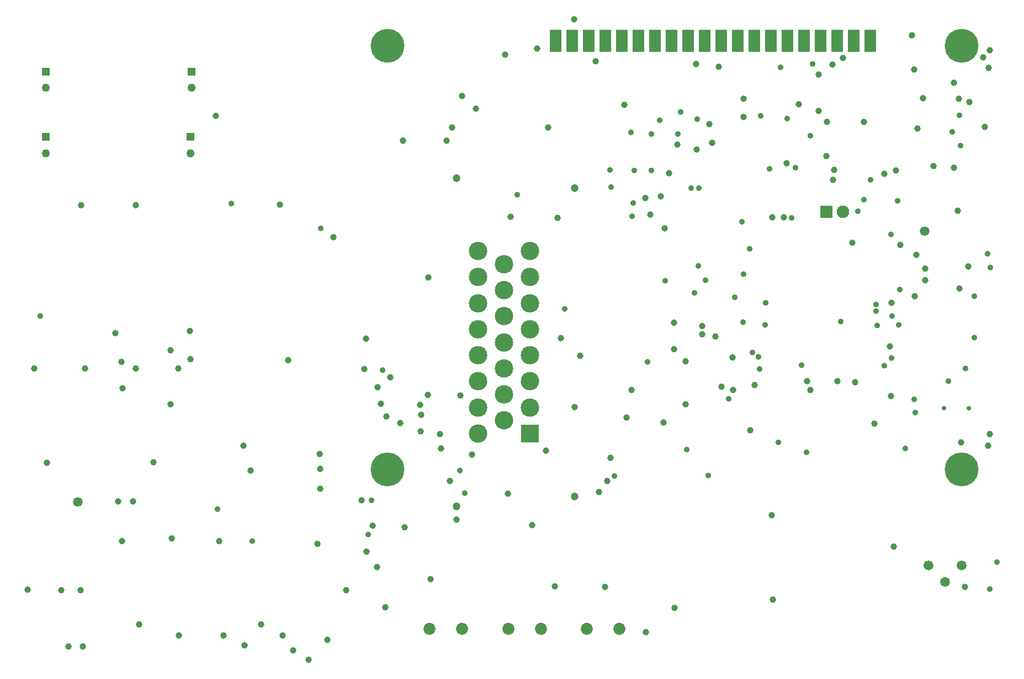
<source format=gbs>
G04*
G04 #@! TF.GenerationSoftware,Altium Limited,Altium Designer,24.3.1 (35)*
G04*
G04 Layer_Color=16711935*
%FSLAX42Y42*%
%MOMM*%
G71*
G04*
G04 #@! TF.SameCoordinates,998AAEF2-78E8-49C1-A84E-A9ECD080E68D*
G04*
G04*
G04 #@! TF.FilePolarity,Negative*
G04*
G01*
G75*
%ADD54C,0.71*%
%ADD55C,1.49*%
%ADD56C,1.85*%
%ADD57C,1.20*%
%ADD58C,5.20*%
%ADD59C,2.83*%
%ADD60R,2.83X2.83*%
%ADD61R,1.93X1.93*%
%ADD62C,1.93*%
%ADD63R,1.27X1.27*%
%ADD64C,1.27*%
%ADD65C,0.90*%
%ADD66C,1.00*%
%ADD67C,1.47*%
G36*
X8327Y9548D02*
D01*
X8147D01*
Y9888D01*
X8327D01*
Y9548D01*
D02*
G37*
G36*
X8581D02*
D01*
X8401D01*
Y9888D01*
X8581D01*
Y9548D01*
D02*
G37*
G36*
X8835D02*
D01*
X8655D01*
Y9888D01*
X8835D01*
Y9548D01*
D02*
G37*
G36*
X9089D02*
D01*
X8909D01*
Y9888D01*
X9089D01*
Y9548D01*
D02*
G37*
G36*
X9343D02*
D01*
X9163D01*
Y9888D01*
X9343D01*
Y9548D01*
D02*
G37*
G36*
X9597D02*
D01*
X9417D01*
Y9888D01*
X9597D01*
Y9548D01*
D02*
G37*
G36*
X9851D02*
D01*
X9671D01*
Y9888D01*
X9851D01*
Y9548D01*
D02*
G37*
G36*
X10105D02*
D01*
X9925D01*
Y9888D01*
X10105D01*
Y9548D01*
D02*
G37*
G36*
X10359D02*
D01*
X10179D01*
Y9888D01*
X10359D01*
Y9548D01*
D02*
G37*
G36*
X10613D02*
D01*
X10433D01*
Y9888D01*
X10613D01*
Y9548D01*
D02*
G37*
G36*
X10867D02*
D01*
X10687D01*
Y9888D01*
X10867D01*
Y9548D01*
D02*
G37*
G36*
X11121D02*
D01*
X10941D01*
Y9888D01*
X11121D01*
Y9548D01*
D02*
G37*
G36*
X11375D02*
D01*
X11195D01*
Y9888D01*
X11375D01*
Y9548D01*
D02*
G37*
G36*
X11629D02*
D01*
X11449D01*
Y9888D01*
X11629D01*
Y9548D01*
D02*
G37*
G36*
X11883D02*
D01*
X11703D01*
Y9888D01*
X11883D01*
Y9548D01*
D02*
G37*
G36*
X12137D02*
D01*
X11957D01*
Y9888D01*
X12137D01*
Y9548D01*
D02*
G37*
G36*
X12391D02*
D01*
X12211D01*
Y9888D01*
X12391D01*
Y9548D01*
D02*
G37*
G36*
X12645D02*
D01*
X12465D01*
Y9888D01*
X12645D01*
Y9548D01*
D02*
G37*
G36*
X12899D02*
D01*
X12719D01*
Y9888D01*
X12899D01*
Y9548D01*
D02*
G37*
G36*
X13153D02*
D01*
X12973D01*
Y9888D01*
X13153D01*
Y9548D01*
D02*
G37*
D54*
X14199Y4077D02*
D03*
X14580D02*
D03*
D55*
X14465Y1664D02*
D03*
X13957D02*
D03*
X14211Y1410D02*
D03*
D56*
X9220Y686D02*
D03*
X8720D02*
D03*
X8014D02*
D03*
X7514D02*
D03*
X6807D02*
D03*
X6307D02*
D03*
D57*
X8237Y9638D02*
D03*
X8491D02*
D03*
X8745D02*
D03*
X8999D02*
D03*
X9253D02*
D03*
X9507D02*
D03*
X9761D02*
D03*
X10015D02*
D03*
X10269D02*
D03*
X10523D02*
D03*
X10777D02*
D03*
X11031D02*
D03*
X11285D02*
D03*
X11539D02*
D03*
X11793D02*
D03*
X12047D02*
D03*
X12301D02*
D03*
X12555D02*
D03*
X13063D02*
D03*
X12809D02*
D03*
X6718Y7607D02*
D03*
Y2567D02*
D03*
X8528Y7457D02*
D03*
Y2717D02*
D03*
D58*
X5663Y3138D02*
D03*
X14463D02*
D03*
X5663Y9638D02*
D03*
X14463D02*
D03*
D59*
X7048Y6487D02*
D03*
Y6087D02*
D03*
Y5687D02*
D03*
Y5287D02*
D03*
Y4887D02*
D03*
Y4487D02*
D03*
Y4087D02*
D03*
Y3687D02*
D03*
X7448Y6287D02*
D03*
Y5887D02*
D03*
Y5487D02*
D03*
Y5087D02*
D03*
Y4687D02*
D03*
Y4287D02*
D03*
Y3887D02*
D03*
X7848Y6487D02*
D03*
Y6087D02*
D03*
Y5687D02*
D03*
Y5287D02*
D03*
Y4887D02*
D03*
Y4487D02*
D03*
Y4087D02*
D03*
D60*
Y3687D02*
D03*
D61*
X12392Y7089D02*
D03*
D62*
X12646D02*
D03*
D63*
X419Y9241D02*
D03*
X2654D02*
D03*
X2642Y8240D02*
D03*
X419D02*
D03*
D64*
Y8992D02*
D03*
X2654D02*
D03*
X2642Y7991D02*
D03*
X419D02*
D03*
D65*
X12614Y5406D02*
D03*
X13172Y5346D02*
D03*
X12086Y3399D02*
D03*
X10577Y3040D02*
D03*
X9145Y3035D02*
D03*
X6846Y2769D02*
D03*
X6774Y3123D02*
D03*
X5414Y2661D02*
D03*
X13499Y5356D02*
D03*
X13401Y5488D02*
D03*
X12879Y7102D02*
D03*
X12972Y7274D02*
D03*
X11212Y6521D02*
D03*
X10539Y6036D02*
D03*
X9918Y6034D02*
D03*
X10366Y5847D02*
D03*
X7649Y7354D02*
D03*
X11355Y4860D02*
D03*
X11364Y4680D02*
D03*
X11254Y4930D02*
D03*
X13151Y5564D02*
D03*
X13155Y5669D02*
D03*
X8380Y5600D02*
D03*
X4637Y6835D02*
D03*
X3268Y7216D02*
D03*
X338Y5490D02*
D03*
X11660Y3552D02*
D03*
X12010Y4733D02*
D03*
X5369Y2135D02*
D03*
X3051Y2529D02*
D03*
X10895Y4218D02*
D03*
X9648Y4791D02*
D03*
X13516Y5893D02*
D03*
X3590Y2036D02*
D03*
X11688Y9305D02*
D03*
X5584Y4664D02*
D03*
X14526Y4686D02*
D03*
X14260Y4490D02*
D03*
X13392Y4845D02*
D03*
X11098Y6934D02*
D03*
X10436Y7456D02*
D03*
X10320D02*
D03*
X11389Y8563D02*
D03*
X11791Y8519D02*
D03*
X12149Y8260D02*
D03*
X12182Y9355D02*
D03*
X11921Y7764D02*
D03*
X13068Y7577D02*
D03*
X13386Y6745D02*
D03*
X10410Y8516D02*
D03*
X9838Y8499D02*
D03*
X9076Y7731D02*
D03*
X9088Y7475D02*
D03*
X9428Y7229D02*
D03*
X9415Y7023D02*
D03*
X10251Y3444D02*
D03*
X13602Y3457D02*
D03*
X13755Y4012D02*
D03*
X14661Y5792D02*
D03*
Y5160D02*
D03*
X14449Y8105D02*
D03*
X14429Y8574D02*
D03*
X14896Y1298D02*
D03*
X15009Y1712D02*
D03*
X14322Y8316D02*
D03*
X13483Y7257D02*
D03*
X11116Y5397D02*
D03*
X13737Y4211D02*
D03*
X9448Y7724D02*
D03*
X9397Y8313D02*
D03*
X10159Y8622D02*
D03*
X9707Y7729D02*
D03*
X9708Y8283D02*
D03*
X10113Y8284D02*
D03*
X10425Y6263D02*
D03*
X11523Y7752D02*
D03*
X11861Y6994D02*
D03*
X11125Y6132D02*
D03*
X10991Y5777D02*
D03*
X13285Y4729D02*
D03*
X14865Y6448D02*
D03*
X14903Y6235D02*
D03*
X11455Y5358D02*
D03*
X11458Y5694D02*
D03*
D66*
X7505Y2760D02*
D03*
X6955Y3363D02*
D03*
X6470Y3680D02*
D03*
X6479Y3454D02*
D03*
X13392Y5690D02*
D03*
X13749Y5791D02*
D03*
X9619Y7301D02*
D03*
X10958Y4356D02*
D03*
X10954Y4851D02*
D03*
X7549Y7015D02*
D03*
X12562Y4488D02*
D03*
X12148Y4359D02*
D03*
X12092Y4490D02*
D03*
X11228Y3740D02*
D03*
X10061Y1014D02*
D03*
X3077Y2034D02*
D03*
X11290Y4433D02*
D03*
X10781Y4404D02*
D03*
X10235Y4795D02*
D03*
X13367Y5025D02*
D03*
X6619Y2954D02*
D03*
X6723Y2362D02*
D03*
X4587Y1996D02*
D03*
X10742Y9316D02*
D03*
X10391Y9357D02*
D03*
X6567Y8183D02*
D03*
X6650Y8382D02*
D03*
X14457Y3548D02*
D03*
X1526Y2648D02*
D03*
X14352Y7766D02*
D03*
X14039Y7792D02*
D03*
X6779Y4269D02*
D03*
X6166Y3718D02*
D03*
X5853Y3844D02*
D03*
X6179Y3971D02*
D03*
X5646Y3948D02*
D03*
X6278Y4276D02*
D03*
X5556Y4142D02*
D03*
X5505Y4398D02*
D03*
X5706Y4547D02*
D03*
X5334Y5144D02*
D03*
X11782Y7835D02*
D03*
X12789Y6612D02*
D03*
X13524Y6586D02*
D03*
X9692Y7046D02*
D03*
X9913Y6832D02*
D03*
X9893Y3856D02*
D03*
X13131Y3839D02*
D03*
X12275Y8643D02*
D03*
X10487Y5340D02*
D03*
X10490Y5212D02*
D03*
X14514Y1333D02*
D03*
X14586Y8777D02*
D03*
X14426Y8828D02*
D03*
X14349Y9072D02*
D03*
X13769Y6428D02*
D03*
X9854Y7329D02*
D03*
X14794Y9460D02*
D03*
X10694Y5176D02*
D03*
X14565Y6249D02*
D03*
X14826Y8398D02*
D03*
X13285Y7677D02*
D03*
X14895Y9572D02*
D03*
X14405Y7108D02*
D03*
X12832Y4473D02*
D03*
X14902Y3682D02*
D03*
X14430Y5912D02*
D03*
X14871Y3501D02*
D03*
X13908Y6217D02*
D03*
X13905Y6043D02*
D03*
X13702Y9800D02*
D03*
X14884Y9300D02*
D03*
X12489Y9352D02*
D03*
X9402Y4354D02*
D03*
X8265Y7000D02*
D03*
X11126Y8826D02*
D03*
Y8545D02*
D03*
X10597Y8437D02*
D03*
X11970Y8744D02*
D03*
X12404Y8473D02*
D03*
X13382Y4264D02*
D03*
X12496Y7582D02*
D03*
X12389Y7942D02*
D03*
X13741Y9278D02*
D03*
X12274Y9200D02*
D03*
X10406Y8048D02*
D03*
X10636Y8148D02*
D03*
X13790Y8365D02*
D03*
X12970Y8469D02*
D03*
X4834Y6698D02*
D03*
X2639Y4827D02*
D03*
X4139Y4814D02*
D03*
X5897Y8183D02*
D03*
X10105Y8127D02*
D03*
X13870Y8830D02*
D03*
X4622Y3371D02*
D03*
X4627Y3146D02*
D03*
X4626Y2839D02*
D03*
X8903Y2788D02*
D03*
X9624Y636D02*
D03*
X1850Y754D02*
D03*
X3721Y759D02*
D03*
X4215Y355D02*
D03*
X3465Y434D02*
D03*
X4448Y217D02*
D03*
X7883Y2285D02*
D03*
X9027Y2956D02*
D03*
X3558Y3117D02*
D03*
X3454Y3497D02*
D03*
X658Y1280D02*
D03*
X142Y1290D02*
D03*
X12646Y9449D02*
D03*
X10059Y4982D02*
D03*
X10055Y5390D02*
D03*
X8321Y5154D02*
D03*
X5429Y2275D02*
D03*
X5925Y2246D02*
D03*
X2347Y2077D02*
D03*
X9086Y3314D02*
D03*
X6160Y4124D02*
D03*
X5265Y2664D02*
D03*
X1760Y2646D02*
D03*
X2071Y3247D02*
D03*
X2330Y4968D02*
D03*
X8850Y9402D02*
D03*
X8524Y10047D02*
D03*
X13458Y7729D02*
D03*
X12507Y7731D02*
D03*
X13422Y1951D02*
D03*
X11552Y2433D02*
D03*
X11571Y1139D02*
D03*
X8998Y1331D02*
D03*
X8230Y1345D02*
D03*
X6321Y1448D02*
D03*
X5624Y1016D02*
D03*
X4053Y584D02*
D03*
X3143Y589D02*
D03*
X2461Y585D02*
D03*
X991Y418D02*
D03*
X957Y1282D02*
D03*
X5341Y1871D02*
D03*
X8614Y4884D02*
D03*
X8534Y4093D02*
D03*
X5304Y4679D02*
D03*
X8092Y3422D02*
D03*
X9327Y3936D02*
D03*
X10235Y4132D02*
D03*
X2631Y5265D02*
D03*
X1491Y5229D02*
D03*
X1580Y4790D02*
D03*
X9976Y7682D02*
D03*
X6808Y8869D02*
D03*
X9290Y8730D02*
D03*
X11739Y7002D02*
D03*
X11559Y7006D02*
D03*
X7013Y8673D02*
D03*
X7463Y9507D02*
D03*
X7953Y9596D02*
D03*
X8127Y8385D02*
D03*
X1595Y4377D02*
D03*
X2338Y4134D02*
D03*
X434Y3235D02*
D03*
X770Y417D02*
D03*
X5504Y1640D02*
D03*
X4737Y519D02*
D03*
X6289Y6086D02*
D03*
X1589Y2033D02*
D03*
X1801Y4689D02*
D03*
X2451D02*
D03*
X1024D02*
D03*
X239D02*
D03*
X4007Y7199D02*
D03*
X5029Y1281D02*
D03*
X3025Y8560D02*
D03*
X1797Y7188D02*
D03*
X963Y7193D02*
D03*
D67*
X908Y2639D02*
D03*
X13899Y6790D02*
D03*
M02*

</source>
